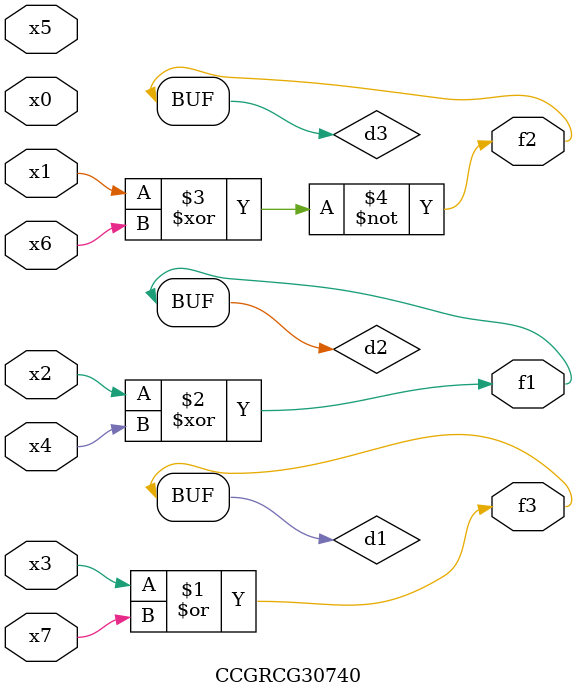
<source format=v>
module CCGRCG30740(
	input x0, x1, x2, x3, x4, x5, x6, x7,
	output f1, f2, f3
);

	wire d1, d2, d3;

	or (d1, x3, x7);
	xor (d2, x2, x4);
	xnor (d3, x1, x6);
	assign f1 = d2;
	assign f2 = d3;
	assign f3 = d1;
endmodule

</source>
